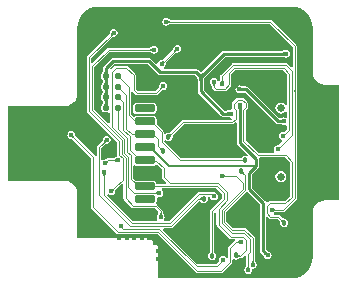
<source format=gbl>
G04*
G04 #@! TF.GenerationSoftware,Altium Limited,Altium Designer,20.2.6 (244)*
G04*
G04 Layer_Physical_Order=2*
G04 Layer_Color=16711680*
%FSLAX25Y25*%
%MOIN*%
G70*
G04*
G04 #@! TF.SameCoordinates,5C4D9317-6C82-4721-89AA-AC4316CE5E92*
G04*
G04*
G04 #@! TF.FilePolarity,Positive*
G04*
G01*
G75*
%ADD14C,0.00800*%
%ADD16C,0.01000*%
G04:AMPARAMS|DCode=24|XSize=20mil|YSize=20mil|CornerRadius=5mil|HoleSize=0mil|Usage=FLASHONLY|Rotation=270.000|XOffset=0mil|YOffset=0mil|HoleType=Round|Shape=RoundedRectangle|*
%AMROUNDEDRECTD24*
21,1,0.02000,0.01000,0,0,270.0*
21,1,0.01000,0.02000,0,0,270.0*
1,1,0.01000,-0.00500,-0.00500*
1,1,0.01000,-0.00500,0.00500*
1,1,0.01000,0.00500,0.00500*
1,1,0.01000,0.00500,-0.00500*
%
%ADD24ROUNDEDRECTD24*%
%ADD56C,0.00400*%
%ADD57O,0.08268X0.03937*%
%ADD58O,0.06299X0.03937*%
%ADD59C,0.02559*%
%ADD60C,0.01800*%
%ADD61C,0.01600*%
G04:AMPARAMS|DCode=62|XSize=31.5mil|YSize=59.06mil|CornerRadius=7.87mil|HoleSize=0mil|Usage=FLASHONLY|Rotation=90.000|XOffset=0mil|YOffset=0mil|HoleType=Round|Shape=RoundedRectangle|*
%AMROUNDEDRECTD62*
21,1,0.03150,0.04331,0,0,90.0*
21,1,0.01575,0.05906,0,0,90.0*
1,1,0.01575,0.02165,0.00787*
1,1,0.01575,0.02165,-0.00787*
1,1,0.01575,-0.02165,-0.00787*
1,1,0.01575,-0.02165,0.00787*
%
%ADD62ROUNDEDRECTD62*%
G04:AMPARAMS|DCode=63|XSize=31.5mil|YSize=55.12mil|CornerRadius=7.87mil|HoleSize=0mil|Usage=FLASHONLY|Rotation=90.000|XOffset=0mil|YOffset=0mil|HoleType=Round|Shape=RoundedRectangle|*
%AMROUNDEDRECTD63*
21,1,0.03150,0.03937,0,0,90.0*
21,1,0.01575,0.05512,0,0,90.0*
1,1,0.01575,0.01968,0.00787*
1,1,0.01575,0.01968,-0.00787*
1,1,0.01575,-0.01968,-0.00787*
1,1,0.01575,-0.01968,0.00787*
%
%ADD63ROUNDEDRECTD63*%
G04:AMPARAMS|DCode=64|XSize=40mil|YSize=59.06mil|CornerRadius=10mil|HoleSize=0mil|Usage=FLASHONLY|Rotation=90.000|XOffset=0mil|YOffset=0mil|HoleType=Round|Shape=RoundedRectangle|*
%AMROUNDEDRECTD64*
21,1,0.04000,0.03906,0,0,90.0*
21,1,0.02000,0.05906,0,0,90.0*
1,1,0.02000,0.01953,0.01000*
1,1,0.02000,0.01953,-0.01000*
1,1,0.02000,-0.01953,-0.01000*
1,1,0.02000,-0.01953,0.01000*
%
%ADD64ROUNDEDRECTD64*%
G04:AMPARAMS|DCode=65|XSize=59.06mil|YSize=59.06mil|CornerRadius=14.76mil|HoleSize=0mil|Usage=FLASHONLY|Rotation=90.000|XOffset=0mil|YOffset=0mil|HoleType=Round|Shape=RoundedRectangle|*
%AMROUNDEDRECTD65*
21,1,0.05906,0.02953,0,0,90.0*
21,1,0.02953,0.05906,0,0,90.0*
1,1,0.02953,0.01476,0.01476*
1,1,0.02953,0.01476,-0.01476*
1,1,0.02953,-0.01476,-0.01476*
1,1,0.02953,-0.01476,0.01476*
%
%ADD65ROUNDEDRECTD65*%
G04:AMPARAMS|DCode=66|XSize=57.09mil|YSize=39.37mil|CornerRadius=9.84mil|HoleSize=0mil|Usage=FLASHONLY|Rotation=90.000|XOffset=0mil|YOffset=0mil|HoleType=Round|Shape=RoundedRectangle|*
%AMROUNDEDRECTD66*
21,1,0.05709,0.01968,0,0,90.0*
21,1,0.03740,0.03937,0,0,90.0*
1,1,0.01968,0.00984,0.01870*
1,1,0.01968,0.00984,-0.01870*
1,1,0.01968,-0.00984,-0.01870*
1,1,0.01968,-0.00984,0.01870*
%
%ADD66ROUNDEDRECTD66*%
G04:AMPARAMS|DCode=67|XSize=39.37mil|YSize=61.02mil|CornerRadius=9.84mil|HoleSize=0mil|Usage=FLASHONLY|Rotation=90.000|XOffset=0mil|YOffset=0mil|HoleType=Round|Shape=RoundedRectangle|*
%AMROUNDEDRECTD67*
21,1,0.03937,0.04134,0,0,90.0*
21,1,0.01968,0.06102,0,0,90.0*
1,1,0.01968,0.02067,0.00984*
1,1,0.01968,0.02067,-0.00984*
1,1,0.01968,-0.02067,-0.00984*
1,1,0.01968,-0.02067,0.00984*
%
%ADD67ROUNDEDRECTD67*%
G04:AMPARAMS|DCode=68|XSize=27.56mil|YSize=68.9mil|CornerRadius=6.89mil|HoleSize=0mil|Usage=FLASHONLY|Rotation=90.000|XOffset=0mil|YOffset=0mil|HoleType=Round|Shape=RoundedRectangle|*
%AMROUNDEDRECTD68*
21,1,0.02756,0.05512,0,0,90.0*
21,1,0.01378,0.06890,0,0,90.0*
1,1,0.01378,0.02756,0.00689*
1,1,0.01378,0.02756,-0.00689*
1,1,0.01378,-0.02756,-0.00689*
1,1,0.01378,-0.02756,0.00689*
%
%ADD68ROUNDEDRECTD68*%
G36*
X100362Y96849D02*
X101672Y96452D01*
X102880Y95807D01*
X103938Y94938D01*
X104807Y93880D01*
X105452Y92672D01*
X105849Y91362D01*
X105983Y90011D01*
X105980Y90000D01*
Y75298D01*
X105971Y75250D01*
X105954D01*
X106100Y74138D01*
X106529Y73102D01*
X107212Y72212D01*
X108102Y71529D01*
X109138Y71100D01*
X110250Y70954D01*
Y70971D01*
X110298Y70980D01*
X114680D01*
Y32520D01*
X110300D01*
Y32537D01*
X109188Y32390D01*
X108152Y31961D01*
X107262Y31278D01*
X106579Y30389D01*
X106150Y29352D01*
X106049Y28586D01*
X105980Y28240D01*
Y13500D01*
X105983Y13489D01*
X105849Y12138D01*
X105452Y10827D01*
X104807Y9620D01*
X103938Y8562D01*
X102880Y7693D01*
X101672Y7048D01*
X100362Y6651D01*
X99486Y6564D01*
X99000Y6520D01*
X99000Y6520D01*
X98509Y6520D01*
X54500Y6520D01*
Y17000D01*
X51625Y20000D01*
X27520Y20000D01*
Y34700D01*
X27537D01*
X27390Y35812D01*
X26961Y36848D01*
X26278Y37738D01*
X25389Y38421D01*
X24352Y38850D01*
X23586Y38951D01*
X23240Y39020D01*
X4520D01*
Y63963D01*
X23030D01*
X23240Y63921D01*
Y63904D01*
X24352Y64050D01*
X25389Y64479D01*
X26278Y65162D01*
X26961Y66052D01*
X27390Y67088D01*
X27537Y68200D01*
X27520D01*
X27502Y68290D01*
Y89911D01*
X27520Y90000D01*
X27520D01*
X27517Y90003D01*
X27651Y91362D01*
X28048Y92672D01*
X28693Y93880D01*
X29562Y94938D01*
X30620Y95807D01*
X31828Y96452D01*
X33138Y96849D01*
X34489Y96983D01*
X34500Y96980D01*
X99000Y96980D01*
X99011Y96983D01*
X100362Y96849D01*
D02*
G37*
%LPC*%
G36*
X57200Y93326D02*
X56693Y93225D01*
X56263Y92937D01*
X55975Y92507D01*
X55875Y92000D01*
X55975Y91493D01*
X56263Y91063D01*
X56693Y90775D01*
X57200Y90675D01*
X57707Y90775D01*
X58081Y91025D01*
X58149Y91052D01*
X58209Y91111D01*
X58256Y91152D01*
X58299Y91186D01*
X58338Y91211D01*
X58371Y91231D01*
X58398Y91243D01*
X58419Y91251D01*
X58435Y91256D01*
X58446Y91258D01*
X58484Y91260D01*
X58540Y91286D01*
X91504D01*
X99286Y83504D01*
Y76976D01*
X98824Y76785D01*
X97605Y78005D01*
X97373Y78159D01*
X97100Y78214D01*
X79500D01*
X79227Y78159D01*
X78995Y78005D01*
X75395Y74405D01*
X75241Y74173D01*
X75186Y73900D01*
Y72740D01*
X75160Y72684D01*
X75158Y72646D01*
X75156Y72635D01*
X75151Y72619D01*
X75143Y72598D01*
X75131Y72571D01*
X75112Y72538D01*
X75090Y72506D01*
X75005Y72403D01*
X74952Y72349D01*
X74925Y72281D01*
X74813Y72113D01*
X74282Y72218D01*
X74225Y72507D01*
X73937Y72937D01*
X73507Y73225D01*
X73000Y73326D01*
X72493Y73225D01*
X72063Y72937D01*
X71775Y72507D01*
X71675Y72000D01*
X71775Y71493D01*
X72025Y71119D01*
X72052Y71051D01*
X72111Y70991D01*
X72152Y70944D01*
X72186Y70901D01*
X72211Y70862D01*
X72231Y70829D01*
X72243Y70802D01*
X72251Y70781D01*
X72256Y70765D01*
X72258Y70754D01*
X72260Y70716D01*
X72286Y70660D01*
Y70400D01*
X72341Y70127D01*
X72495Y69895D01*
X73395Y68995D01*
X73627Y68841D01*
X73900Y68786D01*
X76600D01*
X76873Y68841D01*
X77105Y68995D01*
X78705Y70595D01*
X78859Y70827D01*
X78914Y71100D01*
Y74504D01*
X80196Y75786D01*
X96104D01*
X97486Y74404D01*
Y69022D01*
X97467Y68968D01*
X97467Y68687D01*
X97486Y68633D01*
Y64257D01*
X97402Y64196D01*
X96723Y64314D01*
X96625Y64461D01*
X96036Y64854D01*
X95342Y64992D01*
X94647Y64854D01*
X94059Y64461D01*
X93665Y63872D01*
X93527Y63178D01*
X93665Y62484D01*
X94059Y61895D01*
X94647Y61502D01*
X95342Y61364D01*
X96036Y61502D01*
X96625Y61895D01*
X96723Y62041D01*
X97402Y62160D01*
X97486Y62099D01*
Y60249D01*
X96986Y59981D01*
X96878Y60054D01*
X96371Y60155D01*
X95864Y60054D01*
X95617Y59889D01*
X95615Y59889D01*
X95612Y59888D01*
X95338Y59871D01*
X95263Y59870D01*
X95212Y59849D01*
X94793D01*
X84483Y70158D01*
X84153Y70380D01*
X83763Y70457D01*
X82376D01*
X82070Y70662D01*
X81563Y70763D01*
X81055Y70662D01*
X80625Y70375D01*
X80338Y69945D01*
X80237Y69437D01*
X80338Y68930D01*
X80625Y68500D01*
X81055Y68213D01*
X81563Y68112D01*
X82070Y68213D01*
X82376Y68418D01*
X83340D01*
X93650Y58108D01*
X93981Y57887D01*
X94371Y57810D01*
X95206D01*
X95254Y57788D01*
X95487Y57783D01*
X95580Y57776D01*
X95599Y57773D01*
X95604Y57772D01*
X95615Y57769D01*
X95617Y57769D01*
X95864Y57605D01*
X96371Y57504D01*
X96878Y57605D01*
X96986Y57677D01*
X97486Y57410D01*
Y56196D01*
X96512Y55221D01*
X96507Y55225D01*
X96000Y55326D01*
X95493Y55225D01*
X95063Y54937D01*
X94775Y54507D01*
X94674Y54000D01*
X94775Y53493D01*
X95063Y53063D01*
X95493Y52775D01*
X95798Y52715D01*
X95993Y52204D01*
X95993Y52202D01*
X94564Y50773D01*
X94300Y50826D01*
X93793Y50725D01*
X93363Y50437D01*
X93075Y50007D01*
X92975Y49500D01*
X93075Y48993D01*
X93262Y48714D01*
X93064Y48240D01*
X93040Y48214D01*
X87893D01*
X83614Y52493D01*
Y62404D01*
X84205Y62995D01*
X84359Y63227D01*
X84414Y63500D01*
Y64800D01*
X84359Y65073D01*
X84205Y65305D01*
X83005Y66505D01*
X82773Y66659D01*
X82500Y66714D01*
X81000D01*
X80727Y66659D01*
X80495Y66505D01*
X79195Y65205D01*
X79041Y64973D01*
X78986Y64700D01*
Y63200D01*
X78995Y63157D01*
X78635Y62735D01*
X78610Y62723D01*
X78600Y62726D01*
X78093Y62625D01*
X77846Y62460D01*
X77844Y62460D01*
X77841Y62459D01*
X77567Y62442D01*
X77492Y62441D01*
X77441Y62420D01*
X76522D01*
X69720Y69222D01*
Y72327D01*
X69741Y72373D01*
X69747Y72550D01*
X69764Y72701D01*
X69791Y72844D01*
X69829Y72981D01*
X69877Y73112D01*
X69936Y73240D01*
X70006Y73363D01*
X70088Y73484D01*
X70183Y73602D01*
X70303Y73731D01*
X70321Y73779D01*
X76922Y80380D01*
X95935D01*
X95984Y80359D01*
X96216Y80354D01*
X96309Y80347D01*
X96328Y80344D01*
X96333Y80343D01*
X96344Y80340D01*
X96346Y80340D01*
X96593Y80175D01*
X97100Y80075D01*
X97607Y80175D01*
X98037Y80463D01*
X98325Y80893D01*
X98426Y81400D01*
X98325Y81907D01*
X98037Y82337D01*
X97607Y82625D01*
X97100Y82726D01*
X96593Y82625D01*
X96346Y82460D01*
X96344Y82460D01*
X96341Y82459D01*
X96067Y82442D01*
X95992Y82441D01*
X95941Y82420D01*
X76500D01*
X76110Y82342D01*
X75779Y82121D01*
X69091Y75433D01*
X69045Y75416D01*
X68928Y75311D01*
X68847Y75254D01*
X68783Y75222D01*
X68736Y75208D01*
X68700Y75205D01*
X68664Y75208D01*
X68617Y75222D01*
X68553Y75254D01*
X68472Y75311D01*
X68355Y75416D01*
X68309Y75433D01*
X67721Y76021D01*
X67390Y76242D01*
X67000Y76320D01*
X56357D01*
X56279Y76557D01*
X56273Y76820D01*
X56637Y77063D01*
X56925Y77493D01*
X57012Y77933D01*
X57041Y78000D01*
X57042Y78084D01*
X57047Y78147D01*
X57053Y78201D01*
X57062Y78247D01*
X57072Y78284D01*
X57082Y78312D01*
X57091Y78333D01*
X57100Y78347D01*
X57106Y78356D01*
X57131Y78384D01*
X57152Y78443D01*
X60328Y81618D01*
X60373Y81631D01*
X60383Y81648D01*
X60402Y81655D01*
X60430Y81680D01*
X60436Y81684D01*
X60444Y81689D01*
X60457Y81694D01*
X60475Y81699D01*
X60501Y81705D01*
X60536Y81709D01*
X60580Y81710D01*
X60632Y81708D01*
X60708Y81700D01*
X60785Y81723D01*
X60869Y81706D01*
X61376Y81807D01*
X61806Y82094D01*
X62093Y82524D01*
X62194Y83031D01*
X62093Y83539D01*
X61806Y83969D01*
X61376Y84256D01*
X60869Y84357D01*
X60361Y84256D01*
X59931Y83969D01*
X59644Y83539D01*
X59595Y83291D01*
X59537Y83191D01*
X59526Y83106D01*
X59497Y82959D01*
X59483Y82910D01*
X59468Y82864D01*
X59452Y82827D01*
X59438Y82799D01*
X59426Y82779D01*
X59417Y82767D01*
X59392Y82739D01*
X59371Y82680D01*
X56143Y79452D01*
X56084Y79431D01*
X56056Y79406D01*
X56047Y79400D01*
X56033Y79391D01*
X56012Y79382D01*
X55984Y79372D01*
X55947Y79362D01*
X55909Y79355D01*
X55777Y79342D01*
X55700Y79341D01*
X55633Y79312D01*
X55193Y79225D01*
X54763Y78937D01*
X54475Y78507D01*
X54420Y78229D01*
X53894Y78048D01*
X52221Y79721D01*
X51890Y79942D01*
X51500Y80020D01*
X39500D01*
X39110Y79942D01*
X38779Y79721D01*
X36379Y77321D01*
X36158Y76990D01*
X36080Y76600D01*
Y75311D01*
X36059Y75263D01*
X36059Y75256D01*
X36027Y75242D01*
X36014Y75211D01*
X35879Y75121D01*
X35658Y74790D01*
X35580Y74400D01*
Y73400D01*
X35658Y73010D01*
X35879Y72679D01*
X36014Y72589D01*
X36027Y72558D01*
X36059Y72544D01*
X36059Y72537D01*
X36080Y72489D01*
Y71811D01*
X36059Y71763D01*
X36059Y71756D01*
X36027Y71742D01*
X36014Y71711D01*
X35879Y71621D01*
X35658Y71290D01*
X35580Y70900D01*
Y69900D01*
X35658Y69510D01*
X35879Y69179D01*
X36014Y69089D01*
X36027Y69058D01*
X36059Y69044D01*
X36059Y69037D01*
X36080Y68989D01*
Y68311D01*
X36059Y68263D01*
X36059Y68256D01*
X36027Y68242D01*
X36014Y68211D01*
X35879Y68121D01*
X35658Y67790D01*
X35580Y67400D01*
Y66400D01*
X35658Y66010D01*
X35879Y65679D01*
X36014Y65589D01*
X36027Y65558D01*
X36059Y65544D01*
X36059Y65537D01*
X36080Y65489D01*
Y64811D01*
X36059Y64763D01*
X36059Y64756D01*
X36027Y64742D01*
X36014Y64711D01*
X35879Y64621D01*
X35658Y64290D01*
X35580Y63900D01*
Y62900D01*
X35658Y62510D01*
X35879Y62179D01*
X36210Y61958D01*
X36600Y61880D01*
X37600D01*
X37886Y61937D01*
X38238Y61747D01*
X38386Y61621D01*
Y58176D01*
X37924Y57985D01*
X33114Y62796D01*
Y76804D01*
X38296Y81986D01*
X51760D01*
X51816Y81960D01*
X51854Y81958D01*
X51865Y81956D01*
X51881Y81951D01*
X51902Y81944D01*
X51929Y81931D01*
X51962Y81911D01*
X51994Y81890D01*
X52097Y81805D01*
X52151Y81752D01*
X52219Y81725D01*
X52593Y81475D01*
X53100Y81375D01*
X53607Y81475D01*
X54037Y81763D01*
X54325Y82193D01*
X54426Y82700D01*
X54325Y83207D01*
X54037Y83637D01*
X53607Y83925D01*
X53100Y84026D01*
X52593Y83925D01*
X52219Y83675D01*
X52151Y83648D01*
X52091Y83589D01*
X52044Y83548D01*
X52001Y83514D01*
X51962Y83489D01*
X51929Y83469D01*
X51902Y83456D01*
X51881Y83448D01*
X51865Y83444D01*
X51854Y83442D01*
X51816Y83440D01*
X51760Y83414D01*
X38000D01*
X37727Y83359D01*
X37495Y83205D01*
X32576Y78285D01*
X32114Y78476D01*
Y79804D01*
X39207Y86898D01*
X39266Y86919D01*
X39294Y86944D01*
X39303Y86950D01*
X39317Y86959D01*
X39338Y86968D01*
X39366Y86978D01*
X39403Y86988D01*
X39441Y86995D01*
X39573Y87008D01*
X39650Y87009D01*
X39717Y87038D01*
X40157Y87125D01*
X40587Y87413D01*
X40875Y87843D01*
X40975Y88350D01*
X40875Y88857D01*
X40587Y89287D01*
X40157Y89575D01*
X39650Y89675D01*
X39143Y89575D01*
X38713Y89287D01*
X38425Y88857D01*
X38338Y88417D01*
X38309Y88350D01*
X38308Y88266D01*
X38304Y88203D01*
X38297Y88149D01*
X38288Y88103D01*
X38278Y88066D01*
X38268Y88038D01*
X38259Y88017D01*
X38250Y88003D01*
X38244Y87994D01*
X38219Y87966D01*
X38198Y87907D01*
X30895Y80605D01*
X30741Y80373D01*
X30686Y80100D01*
Y62227D01*
X30741Y61954D01*
X30895Y61722D01*
X40686Y51932D01*
Y47627D01*
X40741Y47354D01*
X40401Y46963D01*
X40119Y46775D01*
X40051Y46748D01*
X39991Y46689D01*
X39944Y46648D01*
X39901Y46614D01*
X39862Y46589D01*
X39829Y46569D01*
X39802Y46556D01*
X39781Y46549D01*
X39765Y46544D01*
X39754Y46542D01*
X39716Y46540D01*
X39660Y46514D01*
X37780D01*
X37506Y46459D01*
X37275Y46305D01*
X37232Y46262D01*
X37174Y46242D01*
X37146Y46216D01*
X37137Y46210D01*
X37123Y46202D01*
X37102Y46192D01*
X37074Y46182D01*
X37037Y46172D01*
X36999Y46165D01*
X36867Y46152D01*
X36790Y46151D01*
X36723Y46122D01*
X36283Y46035D01*
X35914Y45788D01*
X35653Y45858D01*
X35414Y45991D01*
Y49804D01*
X36857Y51248D01*
X36916Y51269D01*
X36944Y51294D01*
X36953Y51300D01*
X36967Y51309D01*
X36988Y51318D01*
X37016Y51328D01*
X37053Y51338D01*
X37091Y51345D01*
X37223Y51358D01*
X37300Y51359D01*
X37367Y51388D01*
X37807Y51475D01*
X38237Y51763D01*
X38525Y52193D01*
X38625Y52700D01*
X38525Y53207D01*
X38237Y53637D01*
X37807Y53925D01*
X37300Y54026D01*
X36793Y53925D01*
X36363Y53637D01*
X36075Y53207D01*
X35988Y52767D01*
X35959Y52700D01*
X35958Y52615D01*
X35954Y52553D01*
X35947Y52499D01*
X35938Y52453D01*
X35928Y52416D01*
X35918Y52388D01*
X35909Y52367D01*
X35900Y52353D01*
X35894Y52344D01*
X35869Y52316D01*
X35848Y52257D01*
X34195Y50605D01*
X34041Y50373D01*
X33986Y50100D01*
Y47295D01*
X33486Y47183D01*
X33405Y47305D01*
X26952Y53757D01*
X26931Y53816D01*
X26906Y53844D01*
X26900Y53853D01*
X26891Y53867D01*
X26882Y53888D01*
X26872Y53916D01*
X26862Y53953D01*
X26855Y53991D01*
X26842Y54123D01*
X26841Y54200D01*
X26812Y54267D01*
X26725Y54707D01*
X26437Y55137D01*
X26007Y55425D01*
X25500Y55525D01*
X24993Y55425D01*
X24563Y55137D01*
X24275Y54707D01*
X24174Y54200D01*
X24275Y53693D01*
X24563Y53263D01*
X24993Y52975D01*
X25433Y52888D01*
X25500Y52859D01*
X25585Y52858D01*
X25647Y52854D01*
X25701Y52847D01*
X25747Y52838D01*
X25784Y52828D01*
X25812Y52818D01*
X25833Y52809D01*
X25847Y52800D01*
X25856Y52794D01*
X25884Y52769D01*
X25943Y52748D01*
X32186Y46504D01*
Y30100D01*
X32241Y29827D01*
X32395Y29595D01*
X40431Y21560D01*
X40663Y21405D01*
X40936Y21350D01*
X54140D01*
X66995Y8495D01*
X67227Y8341D01*
X67500Y8286D01*
X75500D01*
X75773Y8341D01*
X76005Y8495D01*
X79005Y11495D01*
X79159Y11727D01*
X79214Y12000D01*
Y12541D01*
X79714Y12808D01*
X79754Y12781D01*
X80300Y12673D01*
X80846Y12781D01*
X80972Y12866D01*
X81067Y12880D01*
X81268Y13002D01*
X81342Y13042D01*
X81492Y13113D01*
X81542Y13132D01*
X81587Y13147D01*
X81621Y13155D01*
X81640Y13158D01*
X81677Y13160D01*
X81732Y13186D01*
X81800D01*
X82073Y13241D01*
X82305Y13395D01*
X83286Y14377D01*
X83786Y14170D01*
Y10640D01*
X83760Y10584D01*
X83758Y10546D01*
X83756Y10535D01*
X83751Y10519D01*
X83744Y10498D01*
X83731Y10471D01*
X83711Y10438D01*
X83690Y10406D01*
X83605Y10303D01*
X83552Y10249D01*
X83525Y10181D01*
X83275Y9807D01*
X83175Y9300D01*
X83275Y8793D01*
X83563Y8363D01*
X83993Y8075D01*
X84500Y7975D01*
X85007Y8075D01*
X85437Y8363D01*
X85725Y8793D01*
X85826Y9300D01*
X85794Y9457D01*
X86011Y9674D01*
X86519Y9775D01*
X86949Y10063D01*
X87236Y10493D01*
X87337Y11000D01*
X87236Y11507D01*
X86968Y11908D01*
X86946Y11962D01*
X86887Y12021D01*
X86846Y12067D01*
X86813Y12108D01*
X86787Y12145D01*
X86769Y12177D01*
X86756Y12203D01*
X86748Y12223D01*
X86744Y12239D01*
X86742Y12249D01*
X86740Y12287D01*
X86714Y12343D01*
Y19900D01*
X86659Y20173D01*
X86505Y20405D01*
X83705Y23205D01*
X83473Y23359D01*
X83200Y23414D01*
X79468D01*
X77214Y25668D01*
Y28504D01*
X83863Y35154D01*
X84005Y35295D01*
X84509Y35149D01*
X88380Y31278D01*
Y15700D01*
X88458Y15310D01*
X88679Y14979D01*
X89455Y14203D01*
X89474Y14153D01*
X89635Y13985D01*
X89696Y13915D01*
X89708Y13899D01*
X89710Y13895D01*
X89716Y13885D01*
X89718Y13884D01*
X89775Y13593D01*
X90063Y13163D01*
X90493Y12875D01*
X91000Y12775D01*
X91507Y12875D01*
X91937Y13163D01*
X92225Y13593D01*
X92326Y14100D01*
X92225Y14607D01*
X91937Y15037D01*
X91507Y15325D01*
X91216Y15382D01*
X91215Y15384D01*
X91212Y15385D01*
X91006Y15567D01*
X90953Y15620D01*
X90901Y15641D01*
X90420Y16122D01*
Y26818D01*
X90882Y27009D01*
X91395Y26495D01*
X91627Y26341D01*
X91900Y26286D01*
X94204D01*
X94931Y25559D01*
X94951Y25502D01*
X94978Y25472D01*
X94986Y25461D01*
X94996Y25442D01*
X95009Y25413D01*
X95022Y25374D01*
X95034Y25323D01*
X95043Y25269D01*
X95058Y25100D01*
X95059Y25003D01*
X95083Y24945D01*
X95181Y24454D01*
X95491Y23991D01*
X95954Y23681D01*
X96500Y23573D01*
X97046Y23681D01*
X97509Y23991D01*
X97819Y24454D01*
X97927Y25000D01*
X97819Y25546D01*
X97509Y26009D01*
X97046Y26319D01*
X96555Y26417D01*
X96497Y26441D01*
X96393Y26442D01*
X96311Y26447D01*
X96238Y26455D01*
X96177Y26466D01*
X96127Y26478D01*
X96087Y26491D01*
X96058Y26504D01*
X96039Y26514D01*
X96028Y26522D01*
X95998Y26549D01*
X95941Y26568D01*
X95005Y27505D01*
X94773Y27659D01*
X94500Y27714D01*
X93238D01*
X93160Y27810D01*
X93176Y28286D01*
X93249Y28452D01*
X93309Y28511D01*
X93356Y28552D01*
X93399Y28586D01*
X93438Y28611D01*
X93471Y28631D01*
X93498Y28644D01*
X93519Y28651D01*
X93535Y28656D01*
X93546Y28658D01*
X93584Y28660D01*
X93640Y28686D01*
X96200D01*
X96473Y28741D01*
X96705Y28895D01*
X100505Y32695D01*
X100659Y32927D01*
X100714Y33200D01*
Y68539D01*
X100752Y68828D01*
X100714Y69116D01*
Y83800D01*
X100659Y84073D01*
X100505Y84305D01*
X92305Y92505D01*
X92073Y92659D01*
X91800Y92714D01*
X58540D01*
X58484Y92740D01*
X58446Y92742D01*
X58435Y92744D01*
X58419Y92748D01*
X58398Y92756D01*
X58371Y92769D01*
X58338Y92788D01*
X58306Y92810D01*
X58203Y92895D01*
X58149Y92948D01*
X58081Y92975D01*
X57707Y93225D01*
X57200Y93326D01*
D02*
G37*
%LPD*%
G36*
X57842Y92492D02*
X57981Y92376D01*
X58050Y92330D01*
X58119Y92290D01*
X58187Y92258D01*
X58254Y92232D01*
X58321Y92214D01*
X58388Y92204D01*
X58455Y92200D01*
Y91800D01*
X58388Y91796D01*
X58321Y91786D01*
X58254Y91768D01*
X58187Y91742D01*
X58119Y91710D01*
X58050Y91670D01*
X57981Y91624D01*
X57912Y91570D01*
X57842Y91508D01*
X57771Y91440D01*
Y92560D01*
X57842Y92492D01*
D02*
G37*
G36*
X39642Y87550D02*
X39544Y87549D01*
X39364Y87532D01*
X39282Y87516D01*
X39206Y87495D01*
X39134Y87470D01*
X39069Y87440D01*
X39009Y87405D01*
X38954Y87366D01*
X38904Y87322D01*
X38621Y87604D01*
X38666Y87654D01*
X38705Y87709D01*
X38740Y87769D01*
X38770Y87835D01*
X38795Y87906D01*
X38816Y87982D01*
X38832Y88064D01*
X38842Y88151D01*
X38849Y88244D01*
X38850Y88342D01*
X39642Y87550D01*
D02*
G37*
G36*
X60764Y82238D02*
X60670Y82248D01*
X60581Y82251D01*
X60497Y82249D01*
X60418Y82240D01*
X60343Y82225D01*
X60274Y82204D01*
X60208Y82177D01*
X60148Y82143D01*
X60092Y82104D01*
X60041Y82058D01*
X59794Y82377D01*
X59837Y82424D01*
X59876Y82477D01*
X59912Y82537D01*
X59945Y82602D01*
X59974Y82673D01*
X60001Y82751D01*
X60024Y82834D01*
X60060Y83019D01*
X60074Y83120D01*
X60764Y82238D01*
D02*
G37*
G36*
X52529Y82140D02*
X52458Y82208D01*
X52319Y82324D01*
X52250Y82370D01*
X52181Y82410D01*
X52113Y82442D01*
X52046Y82468D01*
X51978Y82486D01*
X51912Y82496D01*
X51845Y82500D01*
Y82900D01*
X51912Y82904D01*
X51978Y82914D01*
X52046Y82932D01*
X52113Y82958D01*
X52181Y82990D01*
X52250Y83030D01*
X52319Y83076D01*
X52388Y83130D01*
X52458Y83192D01*
X52529Y83260D01*
Y82140D01*
D02*
G37*
G36*
X96529Y80840D02*
X96513Y80851D01*
X96488Y80862D01*
X96456Y80871D01*
X96415Y80878D01*
X96366Y80885D01*
X96243Y80895D01*
X95995Y80900D01*
Y81900D01*
X96086Y81901D01*
X96415Y81922D01*
X96456Y81929D01*
X96488Y81938D01*
X96513Y81949D01*
X96529Y81960D01*
Y80840D01*
D02*
G37*
G36*
X56729Y78746D02*
X56684Y78696D01*
X56645Y78641D01*
X56610Y78581D01*
X56580Y78515D01*
X56555Y78444D01*
X56534Y78368D01*
X56518Y78286D01*
X56507Y78199D01*
X56501Y78106D01*
X56500Y78008D01*
X55708Y78800D01*
X55806Y78801D01*
X55986Y78818D01*
X56068Y78834D01*
X56144Y78855D01*
X56216Y78880D01*
X56281Y78910D01*
X56341Y78945D01*
X56396Y78984D01*
X56446Y79029D01*
X56729Y78746D01*
D02*
G37*
G36*
X37602Y75181D02*
X37608Y75120D01*
X37617Y75066D01*
X37631Y75017D01*
X37648Y74976D01*
X37668Y74940D01*
X37693Y74910D01*
X37722Y74887D01*
X37754Y74870D01*
X37790Y74860D01*
X36410D01*
X36446Y74870D01*
X36478Y74887D01*
X36507Y74910D01*
X36531Y74940D01*
X36552Y74976D01*
X36569Y75017D01*
X36583Y75066D01*
X36592Y75120D01*
X36598Y75181D01*
X36600Y75248D01*
X37600D01*
X37602Y75181D01*
D02*
G37*
G36*
X69907Y74100D02*
X69773Y73956D01*
X69652Y73805D01*
X69547Y73649D01*
X69455Y73488D01*
X69377Y73320D01*
X69313Y73146D01*
X69264Y72966D01*
X69228Y72781D01*
X69207Y72590D01*
X69200Y72393D01*
X68200D01*
X68193Y72590D01*
X68172Y72781D01*
X68136Y72966D01*
X68087Y73146D01*
X68023Y73320D01*
X67945Y73488D01*
X67853Y73649D01*
X67747Y73805D01*
X67627Y73956D01*
X67493Y74100D01*
X67993Y75014D01*
X68134Y74887D01*
X68276Y74788D01*
X68417Y74717D01*
X68559Y74675D01*
X68700Y74661D01*
X68841Y74675D01*
X68983Y74717D01*
X69124Y74788D01*
X69266Y74887D01*
X69407Y75014D01*
X69907Y74100D01*
D02*
G37*
G36*
X42092Y73365D02*
X42089Y73332D01*
X42088Y73300D01*
X42091Y73269D01*
X42096Y73241D01*
X42103Y73214D01*
X42114Y73189D01*
X42127Y73165D01*
X42143Y73142D01*
X42161Y73122D01*
X41878Y72839D01*
X41857Y72857D01*
X41835Y72873D01*
X41811Y72886D01*
X41786Y72897D01*
X41759Y72904D01*
X41730Y72909D01*
X41700Y72912D01*
X41668Y72911D01*
X41635Y72908D01*
X41600Y72902D01*
X42098Y73400D01*
X42092Y73365D01*
D02*
G37*
G36*
X37754Y72930D02*
X37722Y72913D01*
X37693Y72890D01*
X37668Y72860D01*
X37648Y72824D01*
X37631Y72782D01*
X37617Y72734D01*
X37608Y72680D01*
X37602Y72619D01*
X37600Y72552D01*
X36600D01*
X36598Y72619D01*
X36592Y72680D01*
X36583Y72734D01*
X36569Y72782D01*
X36552Y72824D01*
X36531Y72860D01*
X36507Y72890D01*
X36478Y72913D01*
X36446Y72930D01*
X36410Y72940D01*
X37790D01*
X37754Y72930D01*
D02*
G37*
G36*
X76104Y72588D02*
X76114Y72522D01*
X76132Y72454D01*
X76158Y72387D01*
X76190Y72319D01*
X76230Y72250D01*
X76276Y72181D01*
X76330Y72112D01*
X76392Y72042D01*
X76460Y71971D01*
X75340D01*
X75408Y72042D01*
X75524Y72181D01*
X75570Y72250D01*
X75610Y72319D01*
X75642Y72387D01*
X75668Y72454D01*
X75686Y72522D01*
X75696Y72588D01*
X75700Y72655D01*
X76100D01*
X76104Y72588D01*
D02*
G37*
G36*
X37602Y71681D02*
X37608Y71620D01*
X37617Y71566D01*
X37631Y71517D01*
X37648Y71476D01*
X37668Y71440D01*
X37693Y71411D01*
X37722Y71387D01*
X37754Y71370D01*
X37790Y71360D01*
X36410D01*
X36446Y71370D01*
X36478Y71387D01*
X36507Y71411D01*
X36531Y71440D01*
X36552Y71476D01*
X36569Y71517D01*
X36583Y71566D01*
X36592Y71620D01*
X36598Y71681D01*
X36600Y71748D01*
X37600D01*
X37602Y71681D01*
D02*
G37*
G36*
X73492Y71358D02*
X73376Y71219D01*
X73330Y71150D01*
X73290Y71081D01*
X73258Y71013D01*
X73232Y70946D01*
X73214Y70878D01*
X73204Y70812D01*
X73200Y70745D01*
X72800D01*
X72796Y70812D01*
X72786Y70878D01*
X72768Y70946D01*
X72742Y71013D01*
X72710Y71081D01*
X72670Y71150D01*
X72624Y71219D01*
X72570Y71288D01*
X72508Y71358D01*
X72440Y71429D01*
X73560D01*
X73492Y71358D01*
D02*
G37*
G36*
X56192Y69800D02*
X56094Y69799D01*
X55914Y69782D01*
X55832Y69766D01*
X55756Y69745D01*
X55685Y69720D01*
X55619Y69690D01*
X55559Y69655D01*
X55504Y69616D01*
X55454Y69571D01*
X55171Y69854D01*
X55216Y69904D01*
X55255Y69959D01*
X55290Y70019D01*
X55320Y70085D01*
X55345Y70156D01*
X55366Y70232D01*
X55382Y70314D01*
X55392Y70401D01*
X55399Y70494D01*
X55400Y70592D01*
X56192Y69800D01*
D02*
G37*
G36*
X42092Y69865D02*
X42089Y69832D01*
X42088Y69800D01*
X42091Y69770D01*
X42096Y69741D01*
X42103Y69714D01*
X42114Y69688D01*
X42127Y69665D01*
X42143Y69643D01*
X42161Y69622D01*
X41878Y69339D01*
X41857Y69358D01*
X41835Y69373D01*
X41811Y69386D01*
X41786Y69397D01*
X41759Y69404D01*
X41730Y69409D01*
X41700Y69412D01*
X41668Y69411D01*
X41635Y69408D01*
X41600Y69402D01*
X42098Y69900D01*
X42092Y69865D01*
D02*
G37*
G36*
X37754Y69430D02*
X37722Y69413D01*
X37693Y69389D01*
X37668Y69360D01*
X37648Y69324D01*
X37631Y69283D01*
X37617Y69234D01*
X37608Y69180D01*
X37602Y69119D01*
X37600Y69052D01*
X36600D01*
X36598Y69119D01*
X36592Y69180D01*
X36583Y69234D01*
X36569Y69283D01*
X36552Y69324D01*
X36531Y69360D01*
X36507Y69389D01*
X36478Y69413D01*
X36446Y69430D01*
X36410Y69440D01*
X37790D01*
X37754Y69430D01*
D02*
G37*
G36*
X37602Y68181D02*
X37608Y68120D01*
X37617Y68066D01*
X37631Y68018D01*
X37648Y67976D01*
X37668Y67940D01*
X37693Y67910D01*
X37722Y67887D01*
X37754Y67870D01*
X37790Y67860D01*
X36410D01*
X36446Y67870D01*
X36478Y67887D01*
X36507Y67910D01*
X36531Y67940D01*
X36552Y67976D01*
X36569Y68018D01*
X36583Y68066D01*
X36592Y68120D01*
X36598Y68181D01*
X36600Y68248D01*
X37600D01*
X37602Y68181D01*
D02*
G37*
G36*
X54479Y74579D02*
X54810Y74358D01*
X55200Y74280D01*
X66578D01*
X67079Y73779D01*
X67097Y73731D01*
X67217Y73602D01*
X67312Y73484D01*
X67394Y73363D01*
X67464Y73239D01*
X67523Y73112D01*
X67571Y72981D01*
X67609Y72844D01*
X67636Y72701D01*
X67653Y72550D01*
X67659Y72373D01*
X67680Y72327D01*
Y68800D01*
X67758Y68410D01*
X67979Y68079D01*
X75379Y60679D01*
X75710Y60458D01*
X76100Y60380D01*
X77435D01*
X77484Y60359D01*
X77716Y60354D01*
X77809Y60347D01*
X77828Y60344D01*
X77833Y60343D01*
X77844Y60340D01*
X77846Y60340D01*
X78093Y60175D01*
X78600Y60075D01*
X79108Y59694D01*
X78763Y59314D01*
X62900D01*
X62627Y59259D01*
X62395Y59105D01*
X58459Y55168D01*
X58402Y55149D01*
X58372Y55122D01*
X58361Y55114D01*
X58341Y55104D01*
X58313Y55091D01*
X58273Y55078D01*
X58223Y55066D01*
X58169Y55057D01*
X58000Y55042D01*
X57903Y55041D01*
X57845Y55016D01*
X57354Y54919D01*
X56891Y54609D01*
X56814Y54494D01*
X56314Y54646D01*
Y55300D01*
X56259Y55573D01*
X56105Y55805D01*
X53936Y57973D01*
X53945Y58020D01*
X53957Y58047D01*
X53953Y58056D01*
X53968Y58134D01*
Y59512D01*
X53876Y59976D01*
X53613Y60369D01*
X53220Y60632D01*
X52756Y60724D01*
X47244D01*
X46780Y60632D01*
X46387Y60369D01*
X46253Y60356D01*
X45414Y61196D01*
Y68595D01*
X45446Y68621D01*
X45914Y68777D01*
X46995Y67695D01*
X47227Y67541D01*
X47500Y67486D01*
X53800D01*
X54073Y67541D01*
X54305Y67695D01*
X55757Y69148D01*
X55816Y69169D01*
X55844Y69194D01*
X55853Y69200D01*
X55867Y69209D01*
X55888Y69218D01*
X55916Y69228D01*
X55953Y69238D01*
X55991Y69245D01*
X56123Y69258D01*
X56200Y69259D01*
X56267Y69288D01*
X56707Y69375D01*
X57137Y69663D01*
X57425Y70093D01*
X57525Y70600D01*
X57425Y71107D01*
X57137Y71537D01*
X56707Y71825D01*
X56200Y71925D01*
X55693Y71825D01*
X55263Y71537D01*
X54975Y71107D01*
X54888Y70667D01*
X54859Y70600D01*
X54858Y70516D01*
X54853Y70453D01*
X54847Y70399D01*
X54838Y70353D01*
X54828Y70316D01*
X54818Y70288D01*
X54809Y70267D01*
X54800Y70253D01*
X54794Y70244D01*
X54769Y70216D01*
X54748Y70157D01*
X53504Y68914D01*
X47796D01*
X47014Y69696D01*
Y74100D01*
X46959Y74373D01*
X46805Y74605D01*
X44305Y77105D01*
X44073Y77259D01*
X43800Y77314D01*
X40400D01*
X40127Y77259D01*
X39895Y77105D01*
X38941Y76150D01*
X38397Y76313D01*
X38372Y76430D01*
X39922Y77980D01*
X51078D01*
X54479Y74579D01*
D02*
G37*
G36*
X42092Y66365D02*
X42089Y66332D01*
X42088Y66300D01*
X42091Y66269D01*
X42096Y66241D01*
X42103Y66214D01*
X42114Y66189D01*
X42127Y66165D01*
X42143Y66142D01*
X42161Y66122D01*
X41878Y65839D01*
X41857Y65857D01*
X41835Y65873D01*
X41811Y65886D01*
X41786Y65897D01*
X41759Y65904D01*
X41730Y65909D01*
X41700Y65912D01*
X41668Y65911D01*
X41635Y65908D01*
X41600Y65902D01*
X42098Y66400D01*
X42092Y66365D01*
D02*
G37*
G36*
X37754Y65930D02*
X37722Y65913D01*
X37693Y65890D01*
X37668Y65860D01*
X37648Y65824D01*
X37631Y65782D01*
X37617Y65734D01*
X37608Y65680D01*
X37602Y65619D01*
X37600Y65552D01*
X36600D01*
X36598Y65619D01*
X36592Y65680D01*
X36583Y65734D01*
X36569Y65782D01*
X36552Y65824D01*
X36531Y65860D01*
X36507Y65890D01*
X36478Y65913D01*
X36446Y65930D01*
X36410Y65940D01*
X37790D01*
X37754Y65930D01*
D02*
G37*
G36*
X37602Y64681D02*
X37608Y64620D01*
X37617Y64566D01*
X37631Y64517D01*
X37648Y64476D01*
X37668Y64440D01*
X37693Y64411D01*
X37722Y64387D01*
X37754Y64370D01*
X37790Y64360D01*
X36410D01*
X36446Y64370D01*
X36478Y64387D01*
X36507Y64411D01*
X36531Y64440D01*
X36552Y64476D01*
X36569Y64517D01*
X36583Y64566D01*
X36592Y64620D01*
X36598Y64681D01*
X36600Y64748D01*
X37600D01*
X37602Y64681D01*
D02*
G37*
G36*
X82249Y63513D02*
X82238Y63489D01*
X82229Y63456D01*
X82222Y63415D01*
X82215Y63366D01*
X82205Y63243D01*
X82200Y62995D01*
X81200D01*
X81199Y63086D01*
X81178Y63415D01*
X81171Y63456D01*
X81162Y63489D01*
X81151Y63513D01*
X81140Y63529D01*
X82260D01*
X82249Y63513D01*
D02*
G37*
G36*
X41462Y62413D02*
X41428Y62408D01*
X41398Y62401D01*
X41372Y62390D01*
X41350Y62376D01*
X41332Y62360D01*
X41318Y62340D01*
X41308Y62317D01*
X41302Y62291D01*
X41300Y62262D01*
X40900D01*
X40898Y62291D01*
X40892Y62317D01*
X40882Y62340D01*
X40868Y62360D01*
X40850Y62376D01*
X40828Y62390D01*
X40802Y62401D01*
X40772Y62408D01*
X40738Y62413D01*
X40700Y62414D01*
X41500D01*
X41462Y62413D01*
D02*
G37*
G36*
X78029Y60840D02*
X78013Y60851D01*
X77988Y60862D01*
X77956Y60871D01*
X77915Y60878D01*
X77866Y60885D01*
X77743Y60895D01*
X77495Y60900D01*
Y61900D01*
X77586Y61901D01*
X77915Y61922D01*
X77956Y61929D01*
X77988Y61938D01*
X78013Y61949D01*
X78029Y61960D01*
Y60840D01*
D02*
G37*
G36*
X46566Y58480D02*
X46565Y58532D01*
X46558Y58627D01*
X46550Y58670D01*
X46540Y58709D01*
X46528Y58746D01*
X46513Y58780D01*
X46496Y58810D01*
X46477Y58838D01*
X46455Y58862D01*
Y59428D01*
X46478Y59408D01*
X46499Y59395D01*
X46518Y59391D01*
X46534Y59395D01*
X46548Y59408D01*
X46560Y59428D01*
X46569Y59457D01*
X46576Y59494D01*
X46580Y59539D01*
X46582Y59593D01*
X46566Y58480D01*
D02*
G37*
G36*
X95800Y58269D02*
X95784Y58280D01*
X95759Y58291D01*
X95727Y58300D01*
X95686Y58307D01*
X95637Y58314D01*
X95514Y58324D01*
X95266Y58329D01*
Y59329D01*
X95357Y59330D01*
X95686Y59351D01*
X95727Y59359D01*
X95759Y59368D01*
X95784Y59378D01*
X95800Y59389D01*
Y58269D01*
D02*
G37*
G36*
X53391Y58013D02*
X53374Y57984D01*
X53363Y57954D01*
X53358Y57924D01*
X53359Y57892D01*
X53367Y57860D01*
X53381Y57827D01*
X53401Y57793D01*
X53427Y57758D01*
X53460Y57723D01*
X53180Y57438D01*
X53144Y57470D01*
X53110Y57496D01*
X53076Y57516D01*
X53044Y57530D01*
X53012Y57537D01*
X52981Y57538D01*
X52951Y57532D01*
X52922Y57520D01*
X52893Y57502D01*
X52866Y57478D01*
X53415Y58041D01*
X53391Y58013D01*
D02*
G37*
G36*
X46566Y54092D02*
X46564Y54130D01*
X46560Y54164D01*
X46552Y54194D01*
X46542Y54220D01*
X46528Y54242D01*
X46511Y54260D01*
X46491Y54274D01*
X46469Y54284D01*
X46443Y54290D01*
X46414Y54292D01*
Y54692D01*
X46443Y54694D01*
X46469Y54700D01*
X46491Y54710D01*
X46511Y54724D01*
X46528Y54742D01*
X46542Y54764D01*
X46552Y54790D01*
X46560Y54820D01*
X46564Y54854D01*
X46566Y54892D01*
Y54092D01*
D02*
G37*
G36*
X59044Y54461D02*
X58996Y54407D01*
X58954Y54347D01*
X58917Y54279D01*
X58885Y54205D01*
X58858Y54123D01*
X58836Y54034D01*
X58819Y53939D01*
X58808Y53836D01*
X58801Y53726D01*
X58800Y53609D01*
X57909Y54500D01*
X58026Y54501D01*
X58239Y54519D01*
X58334Y54536D01*
X58423Y54558D01*
X58505Y54585D01*
X58579Y54617D01*
X58647Y54654D01*
X58707Y54696D01*
X58761Y54744D01*
X59044Y54461D01*
D02*
G37*
G36*
X53430Y54373D02*
X53429Y54328D01*
X53431Y54285D01*
X53437Y54243D01*
X53446Y54204D01*
X53459Y54167D01*
X53475Y54132D01*
X53495Y54098D01*
X53518Y54067D01*
X53545Y54038D01*
X53507Y53510D01*
X53474Y53540D01*
X53444Y53561D01*
X53417Y53574D01*
X53393Y53578D01*
X53371Y53574D01*
X53352Y53562D01*
X53336Y53541D01*
X53323Y53511D01*
X53312Y53473D01*
X53304Y53427D01*
X53434Y54420D01*
X53430Y54373D01*
D02*
G37*
G36*
X26301Y54094D02*
X26318Y53914D01*
X26334Y53832D01*
X26355Y53755D01*
X26380Y53685D01*
X26410Y53619D01*
X26445Y53559D01*
X26484Y53504D01*
X26529Y53454D01*
X26246Y53171D01*
X26196Y53216D01*
X26141Y53255D01*
X26081Y53290D01*
X26015Y53320D01*
X25945Y53345D01*
X25868Y53366D01*
X25786Y53382D01*
X25699Y53392D01*
X25606Y53399D01*
X25508Y53400D01*
X26300Y54192D01*
X26301Y54094D01*
D02*
G37*
G36*
X80680Y58418D02*
Y51700D01*
X80758Y51310D01*
X80979Y50979D01*
X84524Y47434D01*
X84205Y47046D01*
X83946Y47219D01*
X83400Y47327D01*
X82854Y47219D01*
X82391Y46909D01*
X82193Y46614D01*
X61996D01*
X56516Y52093D01*
X56556Y52259D01*
X56557Y52261D01*
X57113Y52442D01*
X57354Y52281D01*
X57900Y52173D01*
X58446Y52281D01*
X58909Y52591D01*
X59219Y53054D01*
X59316Y53545D01*
X59341Y53603D01*
X59342Y53707D01*
X59347Y53790D01*
X59355Y53862D01*
X59366Y53923D01*
X59378Y53973D01*
X59391Y54013D01*
X59404Y54041D01*
X59414Y54061D01*
X59422Y54072D01*
X59449Y54102D01*
X59469Y54159D01*
X63196Y57886D01*
X79200D01*
X79473Y57941D01*
X79705Y58095D01*
X80218Y58609D01*
X80680Y58418D01*
D02*
G37*
G36*
X37292Y51900D02*
X37194Y51899D01*
X37014Y51882D01*
X36932Y51866D01*
X36856Y51845D01*
X36784Y51820D01*
X36719Y51790D01*
X36659Y51755D01*
X36604Y51716D01*
X36554Y51671D01*
X36271Y51954D01*
X36316Y52004D01*
X36355Y52059D01*
X36390Y52119D01*
X36420Y52184D01*
X36445Y52255D01*
X36466Y52332D01*
X36482Y52414D01*
X36492Y52501D01*
X36499Y52594D01*
X36500Y52692D01*
X37292Y51900D01*
D02*
G37*
G36*
X55393Y49896D02*
X55453Y49854D01*
X55521Y49817D01*
X55595Y49785D01*
X55677Y49758D01*
X55766Y49736D01*
X55862Y49719D01*
X55964Y49708D01*
X56074Y49701D01*
X56191Y49700D01*
X55300Y48809D01*
X55299Y48926D01*
X55281Y49139D01*
X55264Y49234D01*
X55242Y49323D01*
X55215Y49405D01*
X55183Y49479D01*
X55146Y49547D01*
X55104Y49607D01*
X55056Y49661D01*
X55339Y49944D01*
X55393Y49896D01*
D02*
G37*
G36*
X40429Y45240D02*
X40358Y45308D01*
X40219Y45424D01*
X40150Y45470D01*
X40081Y45510D01*
X40013Y45542D01*
X39946Y45568D01*
X39878Y45586D01*
X39812Y45596D01*
X39745Y45600D01*
Y46000D01*
X39812Y46004D01*
X39878Y46014D01*
X39946Y46032D01*
X40013Y46058D01*
X40081Y46090D01*
X40150Y46130D01*
X40219Y46176D01*
X40288Y46230D01*
X40358Y46292D01*
X40429Y46360D01*
Y45240D01*
D02*
G37*
G36*
X37818Y45556D02*
X37774Y45507D01*
X37734Y45452D01*
X37700Y45391D01*
X37670Y45326D01*
X37644Y45255D01*
X37624Y45178D01*
X37608Y45096D01*
X37597Y45009D01*
X37591Y44916D01*
X37590Y44818D01*
X36798Y45610D01*
X36896Y45612D01*
X37076Y45629D01*
X37158Y45644D01*
X37234Y45665D01*
X37305Y45690D01*
X37371Y45720D01*
X37431Y45755D01*
X37486Y45794D01*
X37536Y45839D01*
X37818Y45556D01*
D02*
G37*
G36*
X55686Y42804D02*
Y40300D01*
X55741Y40027D01*
X55895Y39795D01*
X57215Y38476D01*
X57024Y38014D01*
X53937D01*
X53876Y38322D01*
X53613Y38715D01*
X53220Y38978D01*
X52756Y39070D01*
X47244D01*
X47151Y39052D01*
X47139Y39057D01*
X47106Y39043D01*
X47073Y39037D01*
X46114Y39996D01*
Y43866D01*
X46614Y44133D01*
X46780Y44022D01*
X47244Y43929D01*
X52756D01*
X53220Y44022D01*
X53613Y44284D01*
X53632Y44312D01*
X54129Y44361D01*
X55686Y42804D01*
D02*
G37*
G36*
X83001Y42074D02*
X83019Y41862D01*
X83036Y41766D01*
X83058Y41677D01*
X83085Y41595D01*
X83117Y41521D01*
X83154Y41453D01*
X83196Y41393D01*
X83244Y41339D01*
X82961Y41056D01*
X82907Y41104D01*
X82847Y41146D01*
X82779Y41183D01*
X82705Y41215D01*
X82623Y41242D01*
X82534Y41264D01*
X82439Y41281D01*
X82336Y41292D01*
X82226Y41299D01*
X82109Y41300D01*
X83000Y42191D01*
X83001Y42074D01*
D02*
G37*
G36*
X36992Y41158D02*
X36876Y41019D01*
X36830Y40950D01*
X36790Y40881D01*
X36758Y40813D01*
X36732Y40746D01*
X36714Y40679D01*
X36704Y40612D01*
X36700Y40545D01*
X36300D01*
X36296Y40612D01*
X36286Y40679D01*
X36268Y40746D01*
X36242Y40813D01*
X36210Y40881D01*
X36170Y40950D01*
X36124Y41019D01*
X36070Y41088D01*
X36008Y41158D01*
X35940Y41229D01*
X37060D01*
X36992Y41158D01*
D02*
G37*
G36*
X76442Y40992D02*
X76581Y40876D01*
X76650Y40830D01*
X76719Y40790D01*
X76787Y40758D01*
X76854Y40732D01*
X76921Y40714D01*
X76988Y40704D01*
X77055Y40700D01*
Y40300D01*
X76988Y40296D01*
X76921Y40286D01*
X76854Y40268D01*
X76787Y40242D01*
X76719Y40210D01*
X76650Y40170D01*
X76581Y40124D01*
X76512Y40070D01*
X76442Y40008D01*
X76371Y39940D01*
Y41060D01*
X76442Y40992D01*
D02*
G37*
G36*
X46861Y38525D02*
X46895Y38499D01*
X46929Y38479D01*
X46962Y38465D01*
X46994Y38458D01*
X47025Y38457D01*
X47055Y38462D01*
X47084Y38473D01*
X47113Y38491D01*
X47141Y38516D01*
X46586Y37958D01*
X46610Y37986D01*
X46628Y38014D01*
X46639Y38044D01*
X46644Y38074D01*
X46643Y38105D01*
X46636Y38138D01*
X46622Y38170D01*
X46602Y38204D01*
X46575Y38239D01*
X46543Y38274D01*
X46825Y38558D01*
X46861Y38525D01*
D02*
G37*
G36*
X53436Y37662D02*
X53440Y37628D01*
X53448Y37598D01*
X53458Y37572D01*
X53472Y37550D01*
X53489Y37532D01*
X53509Y37518D01*
X53531Y37508D01*
X53557Y37502D01*
X53586Y37500D01*
Y37100D01*
X53557Y37098D01*
X53531Y37092D01*
X53509Y37082D01*
X53489Y37068D01*
X53472Y37050D01*
X53458Y37028D01*
X53448Y37002D01*
X53440Y36972D01*
X53436Y36938D01*
X53434Y36900D01*
Y37700D01*
X53436Y37662D01*
D02*
G37*
G36*
X39829Y36246D02*
X39784Y36196D01*
X39745Y36141D01*
X39710Y36081D01*
X39680Y36015D01*
X39655Y35945D01*
X39634Y35868D01*
X39618Y35786D01*
X39608Y35699D01*
X39601Y35606D01*
X39600Y35508D01*
X38808Y36300D01*
X38906Y36301D01*
X39086Y36318D01*
X39168Y36334D01*
X39244Y36355D01*
X39316Y36380D01*
X39381Y36410D01*
X39441Y36445D01*
X39496Y36484D01*
X39546Y36529D01*
X39829Y36246D01*
D02*
G37*
G36*
X54263Y34416D02*
X54204Y34489D01*
X54144Y34554D01*
X54083Y34612D01*
X54021Y34662D01*
X53958Y34704D01*
X53894Y34738D01*
X53828Y34765D01*
X53762Y34785D01*
X53695Y34796D01*
X53626Y34800D01*
X53678Y35200D01*
X53742Y35203D01*
X53807Y35213D01*
X53875Y35229D01*
X53944Y35252D01*
X54016Y35282D01*
X54089Y35318D01*
X54165Y35360D01*
X54322Y35465D01*
X54403Y35527D01*
X54263Y34416D01*
D02*
G37*
G36*
X42886Y37924D02*
Y33100D01*
X42941Y32827D01*
X43095Y32595D01*
X45695Y29995D01*
X45927Y29841D01*
X46200Y29786D01*
X53304D01*
X54586Y28504D01*
Y28240D01*
X54560Y28184D01*
X54558Y28146D01*
X54556Y28135D01*
X54552Y28119D01*
X54544Y28098D01*
X54531Y28071D01*
X54511Y28038D01*
X54490Y28006D01*
X54405Y27903D01*
X54352Y27849D01*
X54325Y27781D01*
X54075Y27407D01*
X53974Y26900D01*
X54075Y26393D01*
X54252Y26128D01*
X54034Y25631D01*
X54031Y25628D01*
X45981D01*
X37432Y34178D01*
X37457Y34278D01*
X37548Y34342D01*
X38018Y34459D01*
X38293Y34275D01*
X38800Y34174D01*
X39307Y34275D01*
X39737Y34563D01*
X40025Y34993D01*
X40112Y35433D01*
X40141Y35500D01*
X40142Y35585D01*
X40146Y35647D01*
X40153Y35701D01*
X40162Y35747D01*
X40172Y35784D01*
X40182Y35812D01*
X40191Y35833D01*
X40200Y35847D01*
X40206Y35856D01*
X40231Y35884D01*
X40252Y35943D01*
X42424Y38115D01*
X42886Y37924D01*
D02*
G37*
G36*
X72405Y34783D02*
X72460Y34742D01*
X72521Y34707D01*
X72586Y34676D01*
X72656Y34651D01*
X72731Y34631D01*
X72811Y34615D01*
X72896Y34605D01*
X72986Y34600D01*
X73080Y34600D01*
X72300Y33820D01*
X72300Y33914D01*
X72295Y34004D01*
X72285Y34089D01*
X72269Y34169D01*
X72249Y34244D01*
X72224Y34314D01*
X72193Y34379D01*
X72158Y34440D01*
X72117Y34495D01*
X72071Y34546D01*
X72354Y34829D01*
X72405Y34783D01*
D02*
G37*
G36*
X75786Y34704D02*
Y33196D01*
X71995Y29405D01*
X71841Y29173D01*
X71786Y28900D01*
Y15207D01*
X71491Y15009D01*
X71181Y14546D01*
X71073Y14000D01*
X71181Y13454D01*
X71491Y12991D01*
X71954Y12681D01*
X72500Y12573D01*
X73046Y12681D01*
X73509Y12991D01*
X73819Y13454D01*
X73927Y14000D01*
X73819Y14546D01*
X73509Y15009D01*
X73214Y15207D01*
Y28372D01*
X73386Y28502D01*
X73886Y28252D01*
Y24400D01*
X73941Y24127D01*
X74095Y23895D01*
X78195Y19795D01*
X78427Y19641D01*
X78700Y19586D01*
X79945D01*
X80003Y19424D01*
X80028Y19086D01*
X79874Y18983D01*
X77995Y17105D01*
X77841Y16873D01*
X77786Y16600D01*
Y13358D01*
X77715Y13330D01*
X77286Y13275D01*
X77059Y13616D01*
X76629Y13903D01*
X76121Y14004D01*
X75614Y13903D01*
X75184Y13616D01*
X74897Y13186D01*
X74796Y12679D01*
X74848Y12415D01*
X73647Y11214D01*
X67568D01*
X56094Y22689D01*
X56285Y23151D01*
X58664D01*
X58937Y23205D01*
X59169Y23360D01*
X68096Y32286D01*
X68195D01*
X68250Y32260D01*
X68290Y32257D01*
X68304Y32255D01*
X68324Y32249D01*
X68353Y32237D01*
X68391Y32219D01*
X68435Y32192D01*
X68480Y32160D01*
X68610Y32051D01*
X68679Y31983D01*
X68737Y31960D01*
X69154Y31681D01*
X69700Y31573D01*
X70246Y31681D01*
X70709Y31991D01*
X71019Y32454D01*
X71127Y33000D01*
X71031Y33486D01*
X71057Y33580D01*
X71290Y33744D01*
X71327Y33750D01*
X71828Y33530D01*
X71875Y33293D01*
X72163Y32863D01*
X72593Y32575D01*
X73100Y32474D01*
X73607Y32575D01*
X74037Y32863D01*
X74325Y33293D01*
X74426Y33800D01*
X74325Y34307D01*
X74037Y34737D01*
X73607Y35025D01*
X73135Y35118D01*
X73081Y35141D01*
X73080D01*
X73080Y35141D01*
X73080Y35141D01*
X73002Y35141D01*
X72944Y35144D01*
X72895Y35150D01*
X72853Y35158D01*
X72819Y35168D01*
X72793Y35177D01*
X72773Y35186D01*
X72758Y35195D01*
X72747Y35203D01*
X72717Y35230D01*
X72609Y35269D01*
X72473Y35359D01*
X72200Y35414D01*
X68200D01*
X67927Y35359D01*
X67695Y35205D01*
X58119Y25628D01*
X56569D01*
X56566Y25631D01*
X56348Y26128D01*
X56525Y26393D01*
X56625Y26900D01*
X56525Y27407D01*
X56275Y27781D01*
X56248Y27849D01*
X56189Y27909D01*
X56148Y27956D01*
X56114Y27999D01*
X56089Y28038D01*
X56069Y28071D01*
X56056Y28098D01*
X56049Y28119D01*
X56044Y28135D01*
X56042Y28146D01*
X56040Y28184D01*
X56014Y28240D01*
Y28800D01*
X55959Y29073D01*
X55805Y29305D01*
X54105Y31005D01*
X54048Y31043D01*
X53867Y31566D01*
X53866Y31671D01*
X53876Y31686D01*
X53968Y32150D01*
Y33358D01*
X54333Y33630D01*
X54451Y33664D01*
X54900Y33575D01*
X55407Y33675D01*
X55837Y33963D01*
X56125Y34393D01*
X56226Y34900D01*
X56125Y35407D01*
X55837Y35837D01*
X55760Y36490D01*
X55838Y36586D01*
X73904D01*
X75786Y34704D01*
D02*
G37*
G36*
X69057Y32370D02*
X68974Y32452D01*
X68810Y32589D01*
X68731Y32645D01*
X68653Y32693D01*
X68576Y32731D01*
X68501Y32761D01*
X68427Y32783D01*
X68354Y32796D01*
X68283Y32800D01*
Y33200D01*
X68354Y33204D01*
X68427Y33217D01*
X68501Y33239D01*
X68576Y33269D01*
X68653Y33307D01*
X68731Y33355D01*
X68810Y33411D01*
X68891Y33475D01*
X68974Y33548D01*
X69057Y33630D01*
Y32370D01*
D02*
G37*
G36*
X98386Y45104D02*
Y33996D01*
X96604Y32214D01*
X91600D01*
X91327Y32159D01*
X91095Y32005D01*
X90906Y31816D01*
X90364Y31980D01*
X90342Y32090D01*
X90121Y32421D01*
X85920Y36622D01*
Y41278D01*
X87821Y43179D01*
X88042Y43510D01*
X88120Y43900D01*
Y46300D01*
X88533Y46786D01*
X96704D01*
X98386Y45104D01*
D02*
G37*
G36*
X92942Y29892D02*
X93081Y29776D01*
X93150Y29730D01*
X93219Y29690D01*
X93287Y29658D01*
X93354Y29632D01*
X93422Y29614D01*
X93488Y29604D01*
X93555Y29600D01*
Y29200D01*
X93488Y29196D01*
X93422Y29186D01*
X93354Y29168D01*
X93287Y29142D01*
X93219Y29110D01*
X93150Y29070D01*
X93081Y29024D01*
X93012Y28970D01*
X92942Y28908D01*
X92871Y28840D01*
Y29960D01*
X92942Y29892D01*
D02*
G37*
G36*
X55504Y28088D02*
X55514Y28021D01*
X55532Y27954D01*
X55558Y27887D01*
X55590Y27819D01*
X55630Y27750D01*
X55676Y27681D01*
X55730Y27612D01*
X55792Y27542D01*
X55860Y27471D01*
X54740D01*
X54808Y27542D01*
X54924Y27681D01*
X54970Y27750D01*
X55010Y27819D01*
X55042Y27887D01*
X55068Y27954D01*
X55086Y28021D01*
X55096Y28088D01*
X55100Y28155D01*
X55500D01*
X55504Y28088D01*
D02*
G37*
G36*
X95693Y26096D02*
X95753Y26054D01*
X95821Y26017D01*
X95895Y25985D01*
X95977Y25958D01*
X96066Y25936D01*
X96162Y25919D01*
X96264Y25908D01*
X96374Y25901D01*
X96491Y25900D01*
X95600Y25009D01*
X95599Y25126D01*
X95581Y25339D01*
X95564Y25434D01*
X95542Y25523D01*
X95515Y25605D01*
X95483Y25679D01*
X95446Y25747D01*
X95404Y25807D01*
X95356Y25861D01*
X95639Y26144D01*
X95693Y26096D01*
D02*
G37*
G36*
X81607Y17919D02*
X81537Y17987D01*
X81398Y18102D01*
X81329Y18149D01*
X81260Y18189D01*
X81192Y18221D01*
X81124Y18246D01*
X81057Y18264D01*
X80990Y18275D01*
X80924Y18279D01*
Y18679D01*
X80990Y18682D01*
X81057Y18693D01*
X81124Y18711D01*
X81192Y18736D01*
X81260Y18769D01*
X81329Y18808D01*
X81398Y18855D01*
X81467Y18909D01*
X81537Y18970D01*
X81607Y19039D01*
Y17919D01*
D02*
G37*
G36*
X90637Y15171D02*
X90885Y14953D01*
X90919Y14930D01*
X90948Y14913D01*
X90973Y14903D01*
X90992Y14900D01*
X90200Y14108D01*
X90197Y14127D01*
X90187Y14152D01*
X90170Y14181D01*
X90147Y14215D01*
X90117Y14255D01*
X90036Y14349D01*
X89865Y14527D01*
X90573Y15235D01*
X90637Y15171D01*
D02*
G37*
G36*
X81126Y14482D02*
X81186Y14402D01*
X81249Y14331D01*
X81314Y14270D01*
X81380Y14218D01*
X81448Y14175D01*
X81518Y14142D01*
X81590Y14119D01*
X81664Y14105D01*
X81740Y14100D01*
X81646Y13700D01*
X81583Y13696D01*
X81515Y13686D01*
X81441Y13668D01*
X81363Y13643D01*
X81279Y13611D01*
X81097Y13525D01*
X80999Y13472D01*
X80787Y13343D01*
X81067Y14571D01*
X81126Y14482D01*
D02*
G37*
G36*
X86204Y12191D02*
X86215Y12124D01*
X86233Y12057D01*
X86258Y11989D01*
X86291Y11922D01*
X86331Y11854D01*
X86378Y11786D01*
X86432Y11717D01*
X86494Y11648D01*
X86563Y11579D01*
X85443Y11563D01*
X85511Y11635D01*
X85625Y11776D01*
X85672Y11846D01*
X85711Y11915D01*
X85743Y11984D01*
X85768Y12052D01*
X85786Y12119D01*
X85796Y12185D01*
X85800Y12252D01*
X86200Y12257D01*
X86204Y12191D01*
D02*
G37*
G36*
X84704Y10488D02*
X84714Y10422D01*
X84732Y10354D01*
X84758Y10287D01*
X84790Y10219D01*
X84830Y10150D01*
X84876Y10081D01*
X84930Y10012D01*
X84992Y9942D01*
X85060Y9871D01*
X83940D01*
X84008Y9942D01*
X84124Y10081D01*
X84170Y10150D01*
X84210Y10219D01*
X84242Y10287D01*
X84268Y10354D01*
X84286Y10422D01*
X84296Y10488D01*
X84300Y10555D01*
X84700D01*
X84704Y10488D01*
D02*
G37*
%LPC*%
G36*
X52756Y65055D02*
X47244D01*
X46780Y64963D01*
X46387Y64700D01*
X46124Y64306D01*
X46032Y63842D01*
Y62465D01*
X46124Y62001D01*
X46387Y61607D01*
X46780Y61345D01*
X47244Y61252D01*
X52756D01*
X53220Y61345D01*
X53613Y61607D01*
X53876Y62001D01*
X53968Y62465D01*
Y63842D01*
X53876Y64306D01*
X53613Y64700D01*
X53220Y64963D01*
X52756Y65055D01*
D02*
G37*
G36*
X95342Y42236D02*
X94647Y42098D01*
X94059Y41705D01*
X93665Y41116D01*
X93527Y40422D01*
X93665Y39728D01*
X94059Y39139D01*
X94647Y38746D01*
X95342Y38608D01*
X96036Y38746D01*
X96625Y39139D01*
X97018Y39728D01*
X97156Y40422D01*
X97018Y41116D01*
X96625Y41705D01*
X96036Y42098D01*
X95342Y42236D01*
D02*
G37*
%LPD*%
D14*
X51911Y50161D02*
X53045Y49027D01*
Y48955D02*
X58000Y44000D01*
X53045Y48955D02*
Y49027D01*
X58000Y44000D02*
X87100D01*
X50000Y50161D02*
X51911D01*
D16*
X83763Y69437D02*
X94371Y58829D01*
X81563Y69437D02*
X83763D01*
X84900Y41700D02*
X87100Y43900D01*
X84900Y36200D02*
X89400Y31700D01*
Y15700D02*
X91000Y14100D01*
X89400Y15700D02*
Y31700D01*
X37100Y73900D02*
Y76600D01*
X39500Y79000D01*
X51500D01*
X55200Y75300D01*
X67000D01*
X68700Y73600D01*
X37100Y70400D02*
Y73900D01*
Y66900D02*
Y70400D01*
Y63400D02*
Y66900D01*
X94371Y58829D02*
X96371D01*
X81700Y51700D02*
Y64100D01*
Y51700D02*
X87100Y46300D01*
Y43900D02*
Y46300D01*
X84900Y36200D02*
Y41700D01*
X68700Y73600D02*
X76500Y81400D01*
X68700Y68800D02*
Y73600D01*
X76500Y81400D02*
X97100D01*
X68700Y68800D02*
X76100Y61400D01*
X78600D01*
D24*
X41100Y70400D02*
D03*
X37100D02*
D03*
X41100Y73900D02*
D03*
X37100D02*
D03*
X41100Y66900D02*
D03*
X37100D02*
D03*
X41100Y63400D02*
D03*
X37100D02*
D03*
D56*
X98200Y68633D02*
G03*
X98200Y69022I-2661J194D01*
G01*
X99100Y68603D02*
G03*
X99100Y69052I-3561J225D01*
G01*
X100000Y68576D02*
G03*
X100000Y69079I-4461J252D01*
G01*
X96099Y53799D02*
X98200Y55900D01*
X72500Y28900D02*
X76500Y32900D01*
X72500Y14000D02*
Y28900D01*
X54809Y22964D02*
X67273Y10500D01*
X73943D01*
X76121Y12679D01*
X54436Y22064D02*
X67500Y9000D01*
X75500D01*
X78500Y12000D01*
X74573Y38200D02*
X75800Y36973D01*
X72300Y38200D02*
X74573D01*
X56400Y40300D02*
X58500Y38200D01*
X72300D01*
X77400Y32527D02*
Y35373D01*
X75800Y36973D02*
X77400Y35373D01*
X74200Y37300D02*
X76500Y35000D01*
Y32900D02*
Y35000D01*
X56400Y40300D02*
Y43100D01*
X48611Y45689D02*
X53811D01*
X45000Y49300D02*
X48611Y45689D01*
X53811D02*
X56400Y43100D01*
X96400Y76500D02*
X98200Y74700D01*
X97000Y47500D02*
X99100Y45400D01*
Y33700D02*
Y45400D01*
X79900Y76500D02*
X96400D01*
X100000Y69079D02*
Y83800D01*
Y33200D02*
Y68576D01*
X98200Y69022D02*
Y74700D01*
X97100Y77500D02*
X99100Y75500D01*
X91600Y31500D02*
X96900D01*
X99100Y54300D02*
Y68603D01*
X96200Y29400D02*
X100000Y33200D01*
X91800Y92000D02*
X100000Y83800D01*
X87597Y47500D02*
X97000D01*
X96498Y51698D02*
X99100Y54300D01*
X98200Y55900D02*
Y68633D01*
X94300Y49500D02*
X96498Y51698D01*
X99100Y69052D02*
Y75500D01*
X96900Y31500D02*
X99100Y33700D01*
X79500Y77500D02*
X97100D01*
X61700Y45900D02*
X83400D01*
X55600Y52000D02*
X61700Y45900D01*
X40936Y22064D02*
X54436D01*
X42836Y22964D02*
X54809D01*
X58664Y23864D02*
X67800Y33000D01*
X45236Y23864D02*
X58664D01*
X36500Y34100D02*
X45686Y24914D01*
X58414D01*
X68200Y34700D01*
X72200D01*
X73100Y33800D01*
X36500Y34100D02*
Y41800D01*
X50000Y41500D02*
X51300D01*
X34700Y34400D02*
X45236Y23864D01*
X73000Y70400D02*
Y72000D01*
Y70400D02*
X73900Y69500D01*
X53600Y30500D02*
X55300Y28800D01*
Y26900D02*
Y28800D01*
X67800Y33000D02*
X69700D01*
X74600Y29727D02*
X77400Y32527D01*
X50131Y37300D02*
X74200D01*
X50000Y37169D02*
X50131Y37300D01*
X76500Y28800D02*
X83500Y35800D01*
X76500Y25373D02*
Y28800D01*
X83500Y35800D02*
Y40800D01*
X75600Y29173D02*
X82600Y36173D01*
X75600Y29100D02*
Y29173D01*
X82600Y36173D02*
Y38300D01*
X82900Y52197D02*
X87597Y47500D01*
X42600Y39300D02*
Y46427D01*
X41400Y47627D02*
X42600Y46427D01*
X40500Y37200D02*
X42600Y39300D01*
X43600Y33100D02*
Y36427D01*
Y33100D02*
X46200Y30500D01*
X43600Y36427D02*
Y46700D01*
X42300Y48000D02*
X43600Y46700D01*
X57200Y92000D02*
X91800D01*
X81000Y66000D02*
X82500D01*
X79700Y64700D02*
X81000Y66000D01*
X79700Y63200D02*
Y64700D01*
Y63200D02*
X80300Y62600D01*
X92300Y29400D02*
X96200D01*
X80400Y40500D02*
X82600Y38300D01*
X75800Y40500D02*
X80400D01*
X74600Y24400D02*
Y29727D01*
Y24400D02*
X78700Y20300D01*
X82900D01*
X79173Y22700D02*
X83200D01*
X79100Y21500D02*
X83100D01*
X75600Y25000D02*
Y29100D01*
Y25000D02*
X79100Y21500D01*
X76500Y25373D02*
X79173Y22700D01*
X46300Y69400D02*
X47500Y68200D01*
X46300Y69400D02*
Y74100D01*
X43800Y76600D02*
X46300Y74100D01*
X40400Y76600D02*
X43800D01*
X39100Y75300D02*
X40400Y76600D01*
X39100Y57073D02*
Y75300D01*
X41100Y73900D02*
X44700Y70300D01*
Y60900D02*
Y70300D01*
Y60900D02*
X46777Y58823D01*
X50000D01*
X41100Y70400D02*
X43800Y67700D01*
Y56400D02*
Y67700D01*
Y56400D02*
X45708Y54492D01*
X50000D01*
X41100Y66900D02*
X42900Y65100D01*
Y55873D02*
Y65100D01*
X45000Y49300D02*
Y53773D01*
X42900Y55873D02*
X45000Y53773D01*
X41100Y56400D02*
X44100Y53400D01*
Y48746D02*
Y53400D01*
X39100Y57073D02*
X43200Y52973D01*
Y48373D02*
Y52973D01*
X41100Y56400D02*
Y63400D01*
X43200Y48373D02*
X44500Y47073D01*
X44100Y48746D02*
X45400Y47446D01*
Y39700D02*
Y47446D01*
Y39700D02*
X47931Y37169D01*
X44500Y36800D02*
Y47073D01*
X47931Y37169D02*
X50000D01*
X42300Y48000D02*
Y52600D01*
X41400Y47627D02*
Y47900D01*
X44500Y36800D02*
X46300Y35000D01*
X41400Y47900D02*
Y52227D01*
X32400Y62500D02*
X42300Y52600D01*
X31400Y62227D02*
X41400Y52227D01*
X31400Y80100D02*
X39650Y88350D01*
X31400Y62227D02*
Y80100D01*
X32400Y77100D02*
X38000Y82700D01*
X32400Y62500D02*
Y77100D01*
X38000Y82700D02*
X53100D01*
X82100Y42200D02*
X83500Y40800D01*
X54500Y50500D02*
X56200Y48800D01*
X54500Y50500D02*
Y52800D01*
X52808Y54492D02*
X54500Y52800D01*
X50000Y54492D02*
X52808D01*
X55600Y52000D02*
Y55300D01*
X52077Y58823D02*
X55600Y55300D01*
X50000Y58823D02*
X52077D01*
X57900Y53600D02*
X62900Y58600D01*
X79200D01*
X80300Y59700D01*
Y62600D01*
X82500Y66000D02*
X83700Y64800D01*
Y63500D02*
Y64800D01*
X82900Y62700D02*
X83700Y63500D01*
X82900Y52197D02*
Y62700D01*
X80300Y14100D02*
X80500Y13900D01*
X90600Y30500D02*
X91600Y31500D01*
X90600Y28300D02*
Y30500D01*
X94500Y27000D02*
X96500Y25000D01*
Y25000D02*
Y25000D01*
X91900Y27000D02*
X94500D01*
X90600Y28300D02*
X91900Y27000D01*
X81800Y13900D02*
X83900Y16000D01*
X80500Y13900D02*
X81800D01*
X83900Y16000D02*
Y19300D01*
X82900Y20300D02*
X83900Y19300D01*
X78500Y12000D02*
Y16600D01*
X80379Y18479D02*
X82179D01*
X78500Y16600D02*
X80379Y18479D01*
X54800Y35000D02*
X54900Y34900D01*
X46300Y35000D02*
X54800D01*
X46200Y30500D02*
X53600D01*
X53800Y68200D02*
X56200Y70600D01*
X47500Y68200D02*
X53800D01*
X36790Y44810D02*
X37780Y45800D01*
X41000D01*
X76600Y69500D02*
X78200Y71100D01*
X73900Y69500D02*
X76600D01*
X78200Y71100D02*
Y74800D01*
X86000Y11011D02*
Y19900D01*
X83200Y22700D02*
X86000Y19900D01*
X83100Y21500D02*
X85100Y19500D01*
Y15100D02*
Y19500D01*
X78200Y74800D02*
X79900Y76500D01*
X75900Y73900D02*
X79500Y77500D01*
X75900Y71400D02*
Y73900D01*
X84500Y14500D02*
X85100Y15100D01*
X86000Y11011D02*
X86011Y11000D01*
X42000Y23800D02*
X42836Y22964D01*
X32900Y30100D02*
X40936Y22064D01*
X38800Y35500D02*
X40500Y37200D01*
X25500Y54200D02*
X32900Y46800D01*
Y30100D02*
Y46800D01*
X84500Y9300D02*
Y14500D01*
X34700Y50100D02*
X37300Y52700D01*
X34700Y34400D02*
Y50100D01*
X55700Y78000D02*
X60732Y83031D01*
X60869D01*
D57*
X93373Y34772D02*
D03*
Y68828D02*
D03*
D58*
X109121Y34772D02*
D03*
Y68828D02*
D03*
D59*
X95342Y63178D02*
D03*
Y40422D02*
D03*
D60*
X72500Y14000D02*
D03*
X51300Y41500D02*
D03*
X49000Y41600D02*
D03*
X25400Y49300D02*
D03*
X29300Y54700D02*
D03*
X54000Y66400D02*
D03*
X48800Y70900D02*
D03*
X86000Y84100D02*
D03*
X87100Y73300D02*
D03*
X80900Y27600D02*
D03*
X97200Y43400D02*
D03*
X83400Y45900D02*
D03*
X41600Y32000D02*
D03*
X63100Y33200D02*
D03*
X82100Y42200D02*
D03*
X56200Y48800D02*
D03*
X57900Y53600D02*
D03*
X80300Y14100D02*
D03*
X96500Y25000D02*
D03*
X69700Y33000D02*
D03*
D61*
X41000Y45800D02*
D03*
X81563Y69437D02*
D03*
X73000Y72000D02*
D03*
X55300Y26900D02*
D03*
X63800Y26500D02*
D03*
X92300Y29400D02*
D03*
X73100Y33800D02*
D03*
X54900Y34900D02*
D03*
X39100Y50800D02*
D03*
X63800Y22500D02*
D03*
Y18500D02*
D03*
X69000Y26500D02*
D03*
X90500Y79500D02*
D03*
X86300Y87800D02*
D03*
X99200Y15200D02*
D03*
X84600Y56900D02*
D03*
Y59800D02*
D03*
X77800Y66500D02*
D03*
X67100Y62600D02*
D03*
X59700Y59200D02*
D03*
X59900Y62400D02*
D03*
X46500Y89500D02*
D03*
Y92000D02*
D03*
Y94500D02*
D03*
X12400Y49200D02*
D03*
Y51700D02*
D03*
Y54200D02*
D03*
X103500Y14500D02*
D03*
X54500Y12900D02*
D03*
Y15600D02*
D03*
X53400Y18200D02*
D03*
X57500Y10000D02*
D03*
X51500Y20000D02*
D03*
X49000D02*
D03*
X46500D02*
D03*
X44000D02*
D03*
X41500D02*
D03*
X38500Y21000D02*
D03*
X36000D02*
D03*
X33500D02*
D03*
X31000D02*
D03*
X28500D02*
D03*
X103500Y47500D02*
D03*
Y50000D02*
D03*
Y52500D02*
D03*
X92000Y21500D02*
D03*
X95000D02*
D03*
X103500Y12000D02*
D03*
X69000Y18500D02*
D03*
X66400D02*
D03*
Y22500D02*
D03*
X69000D02*
D03*
X66400Y26500D02*
D03*
X66500Y51000D02*
D03*
X70000D02*
D03*
X73500D02*
D03*
Y54500D02*
D03*
X70000D02*
D03*
X66500D02*
D03*
X61500Y73000D02*
D03*
X63500Y72500D02*
D03*
X70000Y85000D02*
D03*
X73000D02*
D03*
Y88000D02*
D03*
X70000D02*
D03*
X101500Y87500D02*
D03*
Y90500D02*
D03*
X98500D02*
D03*
Y93500D02*
D03*
X38800Y35500D02*
D03*
X39650Y88350D02*
D03*
X57200Y92000D02*
D03*
X78600Y61400D02*
D03*
X81700Y64100D02*
D03*
X97100Y81400D02*
D03*
X91000Y14100D02*
D03*
X96371Y58829D02*
D03*
X25500Y54200D02*
D03*
X82179Y18479D02*
D03*
X75900Y71400D02*
D03*
X94300Y49500D02*
D03*
X96000Y54000D02*
D03*
X75800Y40500D02*
D03*
X84500Y9300D02*
D03*
X86011Y11000D02*
D03*
X37300Y52700D02*
D03*
X36500Y41800D02*
D03*
X36790Y44810D02*
D03*
X56200Y70600D02*
D03*
X53100Y82700D02*
D03*
X55700Y78000D02*
D03*
X60869Y83031D02*
D03*
X42000Y23800D02*
D03*
X76121Y12679D02*
D03*
D62*
X80413Y27130D02*
D03*
D63*
X82972Y74079D02*
D03*
D64*
X50492Y27614D02*
D03*
D65*
Y72799D02*
D03*
D66*
X86319Y28409D02*
D03*
D67*
X92520Y72504D02*
D03*
D68*
X50000Y32839D02*
D03*
Y37169D02*
D03*
Y41500D02*
D03*
Y45831D02*
D03*
Y50161D02*
D03*
Y54492D02*
D03*
Y58823D02*
D03*
Y63153D02*
D03*
M02*

</source>
